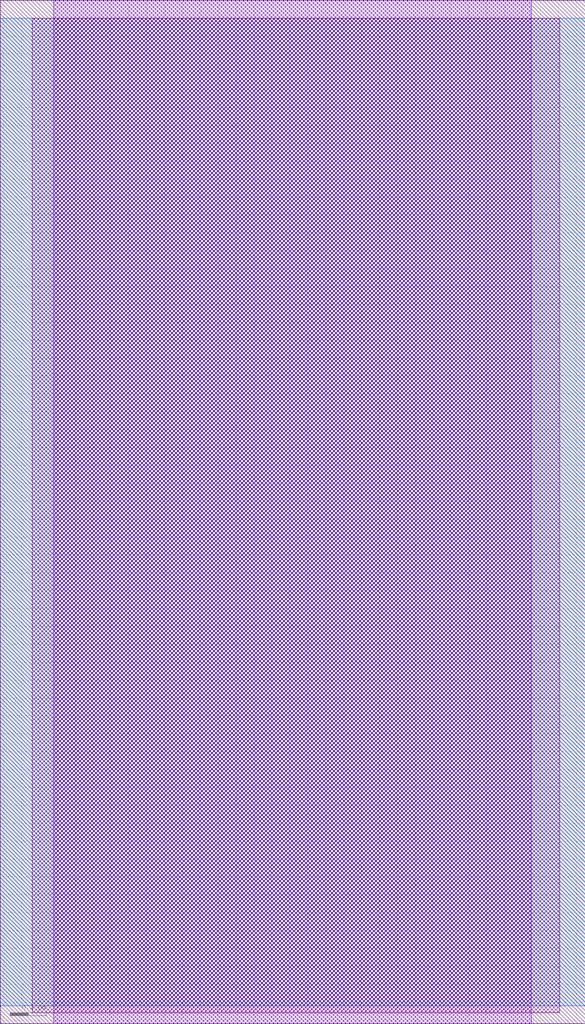
<source format=lef>
VERSION 5.7 ;
  NOWIREEXTENSIONATPIN ON ;
  DIVIDERCHAR "/" ;
  BUSBITCHARS "[]" ;
UNITS
  DATABASE MICRONS 200 ;
END UNITS

LAYER via2
  TYPE CUT ;
END via2

LAYER via
  TYPE CUT ;
END via

LAYER nwell
  TYPE MASTERSLICE ;
END nwell

LAYER via3
  TYPE CUT ;
END via3

LAYER pwell
  TYPE MASTERSLICE ;
END pwell

LAYER via4
  TYPE CUT ;
END via4

LAYER mcon
  TYPE CUT ;
END mcon

LAYER met6
  TYPE ROUTING ;
  WIDTH 0.030000 ;
  SPACING 0.040000 ;
  DIRECTION HORIZONTAL ;
END met6

LAYER met1
  TYPE ROUTING ;
  WIDTH 0.140000 ;
  SPACING 0.140000 ;
  DIRECTION HORIZONTAL ;
END met1

LAYER met3
  TYPE ROUTING ;
  WIDTH 0.300000 ;
  SPACING 0.300000 ;
  DIRECTION HORIZONTAL ;
END met3

LAYER met2
  TYPE ROUTING ;
  WIDTH 0.140000 ;
  SPACING 0.140000 ;
  DIRECTION HORIZONTAL ;
END met2

LAYER met4
  TYPE ROUTING ;
  WIDTH 0.300000 ;
  SPACING 0.300000 ;
  DIRECTION HORIZONTAL ;
END met4

LAYER met5
  TYPE ROUTING ;
  WIDTH 1.600000 ;
  SPACING 1.600000 ;
  DIRECTION HORIZONTAL ;
END met5

LAYER li1
  TYPE ROUTING ;
  WIDTH 0.170000 ;
  SPACING 0.170000 ;
  DIRECTION HORIZONTAL ;
END li1

MACRO sky130_hilas_DualTACore01
  CLASS BLOCK ;
  FOREIGN sky130_hilas_DualTACore01 ;
  ORIGIN 1.720 0.220 ;
  SIZE 3.270 BY 5.720 ;
  OBS
      LAYER li1 ;
        RECT -1.540 -0.160 1.410 5.400 ;
      LAYER met1 ;
        RECT -1.420 -0.220 1.250 5.500 ;
      LAYER met2 ;
        RECT -1.720 -0.120 1.550 5.400 ;
  END
END sky130_hilas_DualTACore01
END LIBRARY


</source>
